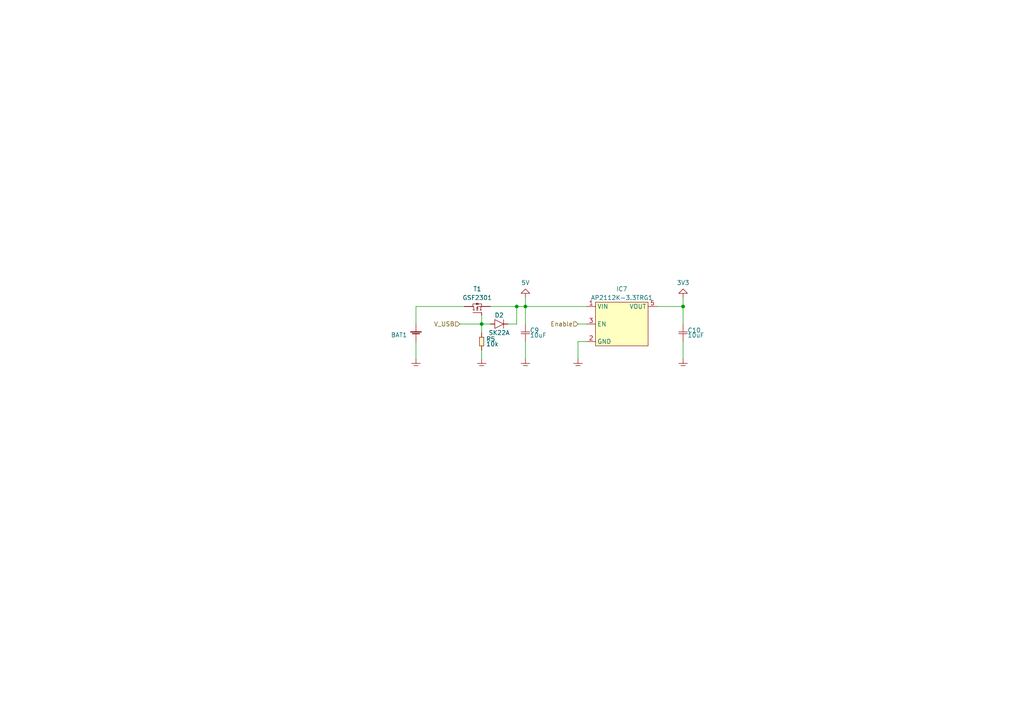
<source format=kicad_sch>
(kicad_sch (version 20231120) (generator "eeschema") (generator_version "8.0")
  (paper "A4")
  (lib_symbols
    (symbol "FET:GSF2301" (pin_numbers hide) (pin_names (offset 1.016) hide)
      (property "Reference" "T" (at 5.08 2.54 0))
      (property "Value" "GSF2301" (at 5.08 0 0))
      (symbol "GSF2301_0_1"
        (polyline (pts (xy -1.778 0) (xy -1.778 2.54)))
        (polyline (pts (xy -1.016 0.508) (xy -1.016 0)))
        (polyline (pts (xy -1.016 1.016) (xy -1.016 1.524)))
        (polyline (pts (xy -1.016 2.032) (xy -1.016 2.54)))
        (polyline (pts (xy 0 0.254) (xy -1.016 0.254)))
        (polyline (pts (xy 0.508 1.016) (xy 1.016 1.016)))
        (polyline (pts (xy -1.016 1.27) (xy 0 1.27) (xy 0 0)))
        (polyline (pts (xy -1.016 2.286) (xy 0 2.286) (xy 0 2.54)))
        (polyline (pts (xy -0.254 1.27) (xy -0.508 1.524) (xy -0.508 1.016) (xy -0.254 1.27)))
        (polyline (pts (xy 0 0) (xy 0.762 0) (xy 0.762 2.54) (xy 0 2.54)))
        (polyline (pts (xy 0.508 1.524) (xy 0.762 1.016) (xy 1.016 1.524) (xy 0.508 1.524)) (fill (type outline)))
      )
      (symbol "GSF2301_1_1"
        (pin input line (at -2.54 0 0) (length 0.762) (name "G") (number "1"))
        (pin power_out line (at 0 -2.54 90) (length 2.54) (name "S") (number "2"))
        (pin power_in line (at 0 5.08 270) (length 2.54) (name "D") (number "3"))
      )
    )
    (symbol "Power:AP2112K-3.3TRG1"
      (property "Reference" "IC7" (at 0 10.16 0))
      (property "Value" "AP2112K-3.3TRG1" (at 0 7.62 0))
      (symbol "AP2112K-3.3TRG1_1_1"
        (rectangle (start -7.62 6.35) (end 7.62 -6.35) (fill (type background)))
        (pin power_in line (at -10.16 5.08 0) (length 2.54) (name "VIN") (number "1"))
        (pin power_out line (at -10.16 -5.08 0) (length 2.54) (name "GND") (number "2"))
        (pin input line (at -10.16 0 0) (length 2.54) (name "EN") (number "3"))
        (pin power_out line (at 10.16 5.08 180) (length 2.54) (name "VOUT") (number "5"))
      )
    )
    (symbol "diodes:SK22A" (pin_numbers hide) (pin_names (offset 0) hide)
      (property "Reference" "D" (at 0 2.54 0))
      (symbol "SK22A_0_1"
        (polyline (pts (xy 1.27 1.27) (xy 1.27 -1.27)))
        (polyline (pts (xy -1.27 1.27) (xy -1.27 -1.27) (xy 1.27 0) (xy -1.27 1.27)))
      )
      (symbol "SK22A_1_1"
        (pin input line (at -2.54 0 0) (length 1.27) (name "A") (number "1"))
        (pin output line (at 2.54 0 180) (length 1.27) (name "K") (number "2"))
      )
    )
    (symbol "generic:3V3" (power) (pin_numbers hide) (pin_names (offset 0) hide)
      (property "Value" "3V3" (at 0 3.81 0))
      (symbol "3V3_0_1"
        (polyline (pts (xy 0 0) (xy 0 1.27) (xy -1.27 1.27) (xy 0 2.54) (xy 1.27 1.27) (xy 0 1.27)))
      )
      (symbol "3V3_1_1"
        (pin power_in line (at 0 0 90) (length 2.54) hide (name "3V3") (number "~"))
      )
    )
    (symbol "generic:5V" (power) (pin_numbers hide) (pin_names (offset 0) hide)
      (property "Value" "5V" (at 0 3.81 0))
      (symbol "5V_0_1"
        (polyline (pts (xy 0 0) (xy 0 1.27) (xy -1.27 1.27) (xy 0 2.54) (xy 1.27 1.27) (xy 0 1.27)))
      )
      (symbol "5V_1_1"
        (pin power_in line (at 0 0 90) (length 2.54) hide (name "5V") (number "~"))
      )
    )
    (symbol "generic:Battery" (pin_numbers hide) (pin_names (offset 0) hide)
      (property "Reference" "BAT" (at 5.08 0 0))
      (symbol "Battery_0_1"
        (polyline (pts (xy -1.524 0.254) (xy 1.524 0.254)) (stroke (width 0.3048)))
        (polyline (pts (xy 1.016 -0.254) (xy -1.016 -0.254)) (stroke (width 0.3048)))
      )
      (symbol "Battery_1_1"
        (pin power_out line (at 0 2.54 270) (length 2.3114) (name "+") (number "1"))
        (pin power_out line (at 0 -2.54 90) (length 2.3114) (name "-") (number "2"))
      )
    )
    (symbol "generic:C" (pin_numbers hide) (pin_names (offset 0) hide)
      (property "Reference" "C" (at 2.54 0 0))
      (property "Value" "C" (at 2.54 -2.54 0))
      (symbol "C_0_1"
        (polyline (pts (xy -1.27 -0.254) (xy 1.27 -0.254)))
        (polyline (pts (xy 1.27 0.254) (xy -1.27 0.254)))
      )
      (symbol "C_1_1"
        (pin bidirectional line (at 0 2.54 270) (length 2.3114) (name "~") (number "1"))
        (pin bidirectional line (at 0 -2.54 90) (length 2.3114) (name "~") (number "2"))
      )
    )
    (symbol "generic:GND" (power) (pin_numbers hide) (pin_names (offset 0) hide)
      (symbol "GND_0_1"
        (polyline (pts (xy -1.27 -1.27) (xy 1.27 -1.27)))
        (polyline (pts (xy 0 -2.54) (xy 0 -2.54)))
        (polyline (pts (xy 0 -1.27) (xy 0 0)))
        (polyline (pts (xy 0.635 -1.905) (xy -0.635 -1.905)))
      )
      (symbol "GND_1_1"
        (pin power_in line (at 0 0 270) (length 2.54) hide (name "GND") (number "~"))
      )
    )
    (symbol "generic:R" (pin_numbers hide) (pin_names (offset 0) hide)
      (property "Reference" "R" (at 0 1.905 0))
      (property "Value" "R" (at 0 -2.54 0))
      (symbol "R_0_1"
        (rectangle (start -1.27 0.635) (end 1.27 -0.635) (fill (type background)))
      )
      (symbol "R_1_1"
        (pin bidirectional line (at -2.54 0 0) (length 1.27) (name "~") (number "1"))
        (pin bidirectional line (at 2.54 0 180) (length 1.27) (name "~") (number "2"))
      )
    )
  )
  (junction (at 139.7 93.98))
  (junction (at 149.86 88.9))
  (junction (at 198.12 88.9))
  (junction (at 152.4 88.9))
  (wire (pts (xy 120.65 88.9) (xy 134.62 88.9)))
  (wire (pts (xy 198.12 99.06) (xy 198.12 104.14)))
  (wire (pts (xy 120.65 93.98) (xy 120.65 88.9)))
  (wire (pts (xy 198.12 88.9) (xy 198.12 93.98)))
  (wire (pts (xy 167.64 104.14) (xy 167.64 99.06)))
  (wire (pts (xy 120.65 99.06) (xy 120.65 104.14)))
  (wire (pts (xy 149.86 93.98) (xy 147.32 93.98)))
  (wire (pts (xy 152.4 99.06) (xy 152.4 104.14)))
  (wire (pts (xy 142.24 88.9) (xy 149.86 88.9)))
  (wire (pts (xy 190.5 88.9) (xy 198.12 88.9)))
  (wire (pts (xy 167.64 99.06) (xy 170.18 99.06)))
  (wire (pts (xy 139.7 96.52) (xy 139.7 93.98)))
  (wire (pts (xy 139.7 104.14) (xy 139.7 101.6)))
  (wire (pts (xy 152.4 88.9) (xy 170.18 88.9)))
  (wire (pts (xy 170.18 93.98) (xy 167.64 93.98)))
  (wire (pts (xy 133.35 93.98) (xy 139.7 93.98)))
  (wire (pts (xy 152.4 88.9) (xy 152.4 93.98)))
  (wire (pts (xy 149.86 88.9) (xy 152.4 88.9)))
  (wire (pts (xy 152.4 88.9) (xy 152.4 86.36)))
  (wire (pts (xy 149.86 88.9) (xy 149.86 93.98)))
  (wire (pts (xy 139.7 93.98) (xy 142.24 93.98)))
  (wire (pts (xy 198.12 86.36) (xy 198.12 88.9)))
  (wire (pts (xy 139.7 91.44) (xy 139.7 93.98)))
  (hierarchical_label "V_USB" (shape input) (at 133.35 93.98 180))
  (hierarchical_label "Enable" (shape input) (at 167.64 93.98 180))
  (symbol (lib_id "diodes:SK22A") (at 144.78 93.98 0) (unit 1)
    (property "Reference" "D2" (at 144.78 91.44 0))
    (property "Value" "SK22A" (at 144.78 96.52 0))
    (property "Footprint" "do:DO-214AC" (effects (hide yes)))
    (property "Datasheet" "https://goodarksemi.com/docs/datasheets/schottky_rectifiers/SK22A-SK26A.pdf" (effects (hide yes)))
    (property "Digi-Key" "4786-SK22ACT-ND" (effects (hide yes)))
  )
  (symbol (lib_id "generic:C") (at 198.12 96.52 0) (unit 1)
    (property "Reference" "C10" (at 199.39 96.52 0) (effects (justify left bottom)))
    (property "Value" "10uF" (at 199.39 96.52 0) (effects (justify left top)))
    (property "Footprint" "SMT:0603" (effects (hide yes)))
    (property "Digi-Key" "1276-1119-1-ND" (effects (hide yes)))
  )
  (symbol (lib_id "generic:GND") (at 139.7 104.14 0) (unit 1)
    (property "Reference" "#GND0135" (effects (hide yes)))
    (property "Value" "GND" (effects (hide yes)))
  )
  (symbol (lib_id "generic:5V") (at 152.4 86.36 0) (unit 1)
    (property "Reference" "#5V0101" (effects (hide yes)))
    (property "Value" "5V" (at 152.4 81.28 0) (effects (justify top)))
  )
  (symbol (lib_id "Power:AP2112K-3.3TRG1") (at 180.34 93.98 0) (unit 1)
    (property "Reference" "IC7" (at 180.34 83.82 0))
    (property "Value" "AP2112K-3.3TRG1" (at 180.34 86.36 0))
    (property "Footprint" "SOT:SOT-23-5" (effects (hide yes)))
    (property "Datasheet" "https://www.diodes.com/assets/Datasheets/AP2112.pdf" (effects (hide yes)))
    (property "MPN" "AP2112K-3.3TRG1" (effects (hide yes)))
    (property "Digi-Key" "AP2112K-3.3TRG1DICT-ND" (effects (hide yes)))
  )
  (symbol (lib_id "generic:GND") (at 152.4 104.14 0) (unit 1)
    (property "Reference" "#GND0133" (effects (hide yes)))
    (property "Value" "GND" (effects (hide yes)))
  )
  (symbol (lib_id "generic:GND") (at 167.64 104.14 0) (unit 1)
    (property "Reference" "#GND0134" (effects (hide yes)))
    (property "Value" "GND" (effects (hide yes)))
  )
  (symbol (lib_id "generic:R") (at 139.7 99.06 90) (unit 1)
    (property "Reference" "R5" (at 140.97 99.06 90) (effects (justify right top)))
    (property "Value" "10k" (at 140.97 99.06 90) (effects (justify right bottom)))
    (property "Footprint" "SMT:0603" (effects (hide yes)))
    (property "Digi-Key" "13-RC0603JR-1010KLCT-ND" (effects (hide yes)))
  )
  (symbol (lib_id "FET:GSF2301") (at 139.7 88.9 90) (unit 1)
    (property "Reference" "T1" (at 138.43 83.82 90))
    (property "Value" "GSF2301" (at 138.43 86.36 90))
    (property "Footprint" "SOT:SOT-23" (effects (hide yes)))
    (property "Datasheet" "https://goodarksemi.com/docs/datasheets/mosfets/GSF2301.pdf" (effects (hide yes)))
    (property "Digi-Key" "4786-GSF2301CT-ND" (effects (hide yes)))
  )
  (symbol (lib_id "generic:GND") (at 120.65 104.14 0) (unit 1)
    (property "Reference" "#GND0137" (effects (hide yes)))
    (property "Value" "GND" (effects (hide yes)))
  )
  (symbol (lib_id "generic:Battery") (at 120.65 96.52 0) (unit 1)
    (property "Reference" "BAT1" (at 118.11 97.155 0) (effects (justify right)))
    (property "Value" "Battery" (effects (hide yes)))
    (property "Footprint" "pin_headers:Battery_solder-points" (effects (hide yes)))
  )
  (symbol (lib_id "generic:C") (at 152.4 96.52 0) (unit 1)
    (property "Reference" "C9" (at 153.67 96.52 0) (effects (justify left bottom)))
    (property "Value" "10uF" (at 153.67 96.52 0) (effects (justify left top)))
    (property "Footprint" "SMT:0603" (effects (hide yes)))
    (property "Digi-Key" "1276-1119-1-ND" (effects (hide yes)))
  )
  (symbol (lib_id "generic:3V3") (at 198.12 86.36 0) (unit 1)
    (property "Reference" "#3V0106" (effects (hide yes)))
    (property "Value" "3V3" (at 198.12 81.28 0) (effects (justify top)))
  )
  (symbol (lib_id "generic:GND") (at 198.12 104.14 0) (unit 1)
    (property "Reference" "#GND0136" (effects (hide yes)))
    (property "Value" "GND" (effects (hide yes)))
  )
)
</source>
